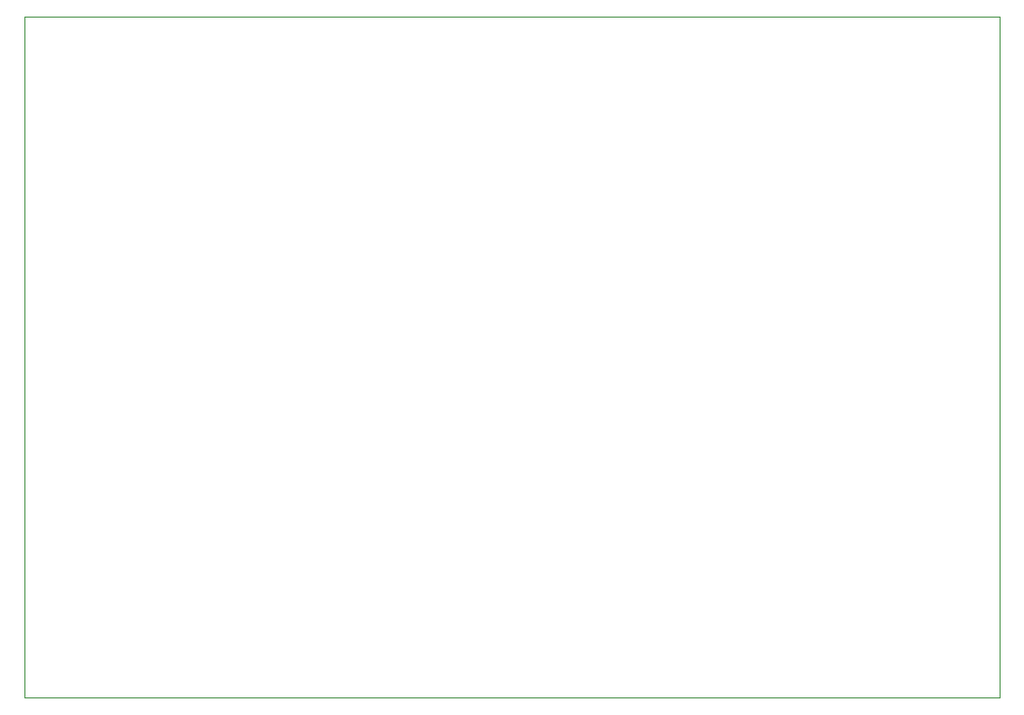
<source format=gbr>
%TF.GenerationSoftware,KiCad,Pcbnew,(5.1.9)-1*%
%TF.CreationDate,2021-03-29T00:07:03-04:00*%
%TF.ProjectId,Power_Distribution,506f7765-725f-4446-9973-747269627574,v1*%
%TF.SameCoordinates,Original*%
%TF.FileFunction,Profile,NP*%
%FSLAX46Y46*%
G04 Gerber Fmt 4.6, Leading zero omitted, Abs format (unit mm)*
G04 Created by KiCad (PCBNEW (5.1.9)-1) date 2021-03-29 00:07:03*
%MOMM*%
%LPD*%
G01*
G04 APERTURE LIST*
%TA.AperFunction,Profile*%
%ADD10C,0.050000*%
%TD*%
G04 APERTURE END LIST*
D10*
X87500000Y-131000000D02*
X87500000Y-72000000D01*
X172000000Y-131000000D02*
X87500000Y-131000000D01*
X172000000Y-72000000D02*
X172000000Y-131000000D01*
X172000000Y-72000000D02*
X87500000Y-72000000D01*
M02*

</source>
